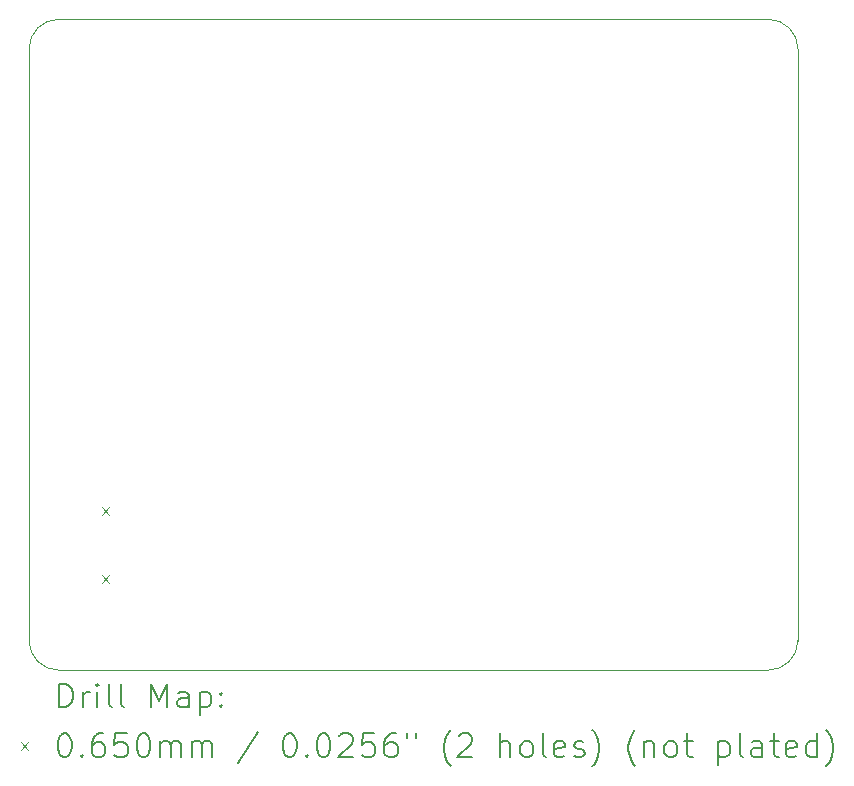
<source format=gbr>
%TF.GenerationSoftware,KiCad,Pcbnew,7.0.5-7.0.5~ubuntu22.04.1*%
%TF.CreationDate,2023-06-06T15:21:43+02:00*%
%TF.ProjectId,sao_eprom_v2,73616f5f-6570-4726-9f6d-5f76322e6b69,rev?*%
%TF.SameCoordinates,Original*%
%TF.FileFunction,Drillmap*%
%TF.FilePolarity,Positive*%
%FSLAX45Y45*%
G04 Gerber Fmt 4.5, Leading zero omitted, Abs format (unit mm)*
G04 Created by KiCad (PCBNEW 7.0.5-7.0.5~ubuntu22.04.1) date 2023-06-06 15:21:43*
%MOMM*%
%LPD*%
G01*
G04 APERTURE LIST*
%ADD10C,0.100000*%
%ADD11C,0.200000*%
%ADD12C,0.065000*%
G04 APERTURE END LIST*
D10*
X12715000Y-3025000D02*
G75*
G03*
X12465000Y-3275000I0J-250000D01*
G01*
X18725000Y-3025000D02*
X12715000Y-3025000D01*
X12465000Y-8285000D02*
X12465000Y-3275000D01*
X18725000Y-8535000D02*
X12715000Y-8535000D01*
X18725000Y-8535000D02*
G75*
G03*
X18975000Y-8285000I0J250000D01*
G01*
X18975000Y-3275000D02*
G75*
G03*
X18725000Y-3025000I-250000J0D01*
G01*
X18975000Y-8285000D02*
X18975000Y-3275000D01*
X12465000Y-8285000D02*
G75*
G03*
X12715000Y-8535000I250000J0D01*
G01*
D11*
D12*
X13080500Y-7153500D02*
X13145500Y-7218500D01*
X13145500Y-7153500D02*
X13080500Y-7218500D01*
X13080500Y-7731500D02*
X13145500Y-7796500D01*
X13145500Y-7731500D02*
X13080500Y-7796500D01*
D11*
X12720777Y-8851484D02*
X12720777Y-8651484D01*
X12720777Y-8651484D02*
X12768396Y-8651484D01*
X12768396Y-8651484D02*
X12796967Y-8661008D01*
X12796967Y-8661008D02*
X12816015Y-8680055D01*
X12816015Y-8680055D02*
X12825539Y-8699103D01*
X12825539Y-8699103D02*
X12835062Y-8737198D01*
X12835062Y-8737198D02*
X12835062Y-8765770D01*
X12835062Y-8765770D02*
X12825539Y-8803865D01*
X12825539Y-8803865D02*
X12816015Y-8822912D01*
X12816015Y-8822912D02*
X12796967Y-8841960D01*
X12796967Y-8841960D02*
X12768396Y-8851484D01*
X12768396Y-8851484D02*
X12720777Y-8851484D01*
X12920777Y-8851484D02*
X12920777Y-8718150D01*
X12920777Y-8756246D02*
X12930301Y-8737198D01*
X12930301Y-8737198D02*
X12939824Y-8727674D01*
X12939824Y-8727674D02*
X12958872Y-8718150D01*
X12958872Y-8718150D02*
X12977920Y-8718150D01*
X13044586Y-8851484D02*
X13044586Y-8718150D01*
X13044586Y-8651484D02*
X13035062Y-8661008D01*
X13035062Y-8661008D02*
X13044586Y-8670531D01*
X13044586Y-8670531D02*
X13054110Y-8661008D01*
X13054110Y-8661008D02*
X13044586Y-8651484D01*
X13044586Y-8651484D02*
X13044586Y-8670531D01*
X13168396Y-8851484D02*
X13149348Y-8841960D01*
X13149348Y-8841960D02*
X13139824Y-8822912D01*
X13139824Y-8822912D02*
X13139824Y-8651484D01*
X13273158Y-8851484D02*
X13254110Y-8841960D01*
X13254110Y-8841960D02*
X13244586Y-8822912D01*
X13244586Y-8822912D02*
X13244586Y-8651484D01*
X13501729Y-8851484D02*
X13501729Y-8651484D01*
X13501729Y-8651484D02*
X13568396Y-8794341D01*
X13568396Y-8794341D02*
X13635062Y-8651484D01*
X13635062Y-8651484D02*
X13635062Y-8851484D01*
X13816015Y-8851484D02*
X13816015Y-8746722D01*
X13816015Y-8746722D02*
X13806491Y-8727674D01*
X13806491Y-8727674D02*
X13787443Y-8718150D01*
X13787443Y-8718150D02*
X13749348Y-8718150D01*
X13749348Y-8718150D02*
X13730301Y-8727674D01*
X13816015Y-8841960D02*
X13796967Y-8851484D01*
X13796967Y-8851484D02*
X13749348Y-8851484D01*
X13749348Y-8851484D02*
X13730301Y-8841960D01*
X13730301Y-8841960D02*
X13720777Y-8822912D01*
X13720777Y-8822912D02*
X13720777Y-8803865D01*
X13720777Y-8803865D02*
X13730301Y-8784817D01*
X13730301Y-8784817D02*
X13749348Y-8775293D01*
X13749348Y-8775293D02*
X13796967Y-8775293D01*
X13796967Y-8775293D02*
X13816015Y-8765770D01*
X13911253Y-8718150D02*
X13911253Y-8918150D01*
X13911253Y-8727674D02*
X13930301Y-8718150D01*
X13930301Y-8718150D02*
X13968396Y-8718150D01*
X13968396Y-8718150D02*
X13987443Y-8727674D01*
X13987443Y-8727674D02*
X13996967Y-8737198D01*
X13996967Y-8737198D02*
X14006491Y-8756246D01*
X14006491Y-8756246D02*
X14006491Y-8813389D01*
X14006491Y-8813389D02*
X13996967Y-8832436D01*
X13996967Y-8832436D02*
X13987443Y-8841960D01*
X13987443Y-8841960D02*
X13968396Y-8851484D01*
X13968396Y-8851484D02*
X13930301Y-8851484D01*
X13930301Y-8851484D02*
X13911253Y-8841960D01*
X14092205Y-8832436D02*
X14101729Y-8841960D01*
X14101729Y-8841960D02*
X14092205Y-8851484D01*
X14092205Y-8851484D02*
X14082682Y-8841960D01*
X14082682Y-8841960D02*
X14092205Y-8832436D01*
X14092205Y-8832436D02*
X14092205Y-8851484D01*
X14092205Y-8727674D02*
X14101729Y-8737198D01*
X14101729Y-8737198D02*
X14092205Y-8746722D01*
X14092205Y-8746722D02*
X14082682Y-8737198D01*
X14082682Y-8737198D02*
X14092205Y-8727674D01*
X14092205Y-8727674D02*
X14092205Y-8746722D01*
D12*
X12395000Y-9147500D02*
X12460000Y-9212500D01*
X12460000Y-9147500D02*
X12395000Y-9212500D01*
D11*
X12758872Y-9071484D02*
X12777920Y-9071484D01*
X12777920Y-9071484D02*
X12796967Y-9081008D01*
X12796967Y-9081008D02*
X12806491Y-9090531D01*
X12806491Y-9090531D02*
X12816015Y-9109579D01*
X12816015Y-9109579D02*
X12825539Y-9147674D01*
X12825539Y-9147674D02*
X12825539Y-9195293D01*
X12825539Y-9195293D02*
X12816015Y-9233389D01*
X12816015Y-9233389D02*
X12806491Y-9252436D01*
X12806491Y-9252436D02*
X12796967Y-9261960D01*
X12796967Y-9261960D02*
X12777920Y-9271484D01*
X12777920Y-9271484D02*
X12758872Y-9271484D01*
X12758872Y-9271484D02*
X12739824Y-9261960D01*
X12739824Y-9261960D02*
X12730301Y-9252436D01*
X12730301Y-9252436D02*
X12720777Y-9233389D01*
X12720777Y-9233389D02*
X12711253Y-9195293D01*
X12711253Y-9195293D02*
X12711253Y-9147674D01*
X12711253Y-9147674D02*
X12720777Y-9109579D01*
X12720777Y-9109579D02*
X12730301Y-9090531D01*
X12730301Y-9090531D02*
X12739824Y-9081008D01*
X12739824Y-9081008D02*
X12758872Y-9071484D01*
X12911253Y-9252436D02*
X12920777Y-9261960D01*
X12920777Y-9261960D02*
X12911253Y-9271484D01*
X12911253Y-9271484D02*
X12901729Y-9261960D01*
X12901729Y-9261960D02*
X12911253Y-9252436D01*
X12911253Y-9252436D02*
X12911253Y-9271484D01*
X13092205Y-9071484D02*
X13054110Y-9071484D01*
X13054110Y-9071484D02*
X13035062Y-9081008D01*
X13035062Y-9081008D02*
X13025539Y-9090531D01*
X13025539Y-9090531D02*
X13006491Y-9119103D01*
X13006491Y-9119103D02*
X12996967Y-9157198D01*
X12996967Y-9157198D02*
X12996967Y-9233389D01*
X12996967Y-9233389D02*
X13006491Y-9252436D01*
X13006491Y-9252436D02*
X13016015Y-9261960D01*
X13016015Y-9261960D02*
X13035062Y-9271484D01*
X13035062Y-9271484D02*
X13073158Y-9271484D01*
X13073158Y-9271484D02*
X13092205Y-9261960D01*
X13092205Y-9261960D02*
X13101729Y-9252436D01*
X13101729Y-9252436D02*
X13111253Y-9233389D01*
X13111253Y-9233389D02*
X13111253Y-9185770D01*
X13111253Y-9185770D02*
X13101729Y-9166722D01*
X13101729Y-9166722D02*
X13092205Y-9157198D01*
X13092205Y-9157198D02*
X13073158Y-9147674D01*
X13073158Y-9147674D02*
X13035062Y-9147674D01*
X13035062Y-9147674D02*
X13016015Y-9157198D01*
X13016015Y-9157198D02*
X13006491Y-9166722D01*
X13006491Y-9166722D02*
X12996967Y-9185770D01*
X13292205Y-9071484D02*
X13196967Y-9071484D01*
X13196967Y-9071484D02*
X13187443Y-9166722D01*
X13187443Y-9166722D02*
X13196967Y-9157198D01*
X13196967Y-9157198D02*
X13216015Y-9147674D01*
X13216015Y-9147674D02*
X13263634Y-9147674D01*
X13263634Y-9147674D02*
X13282682Y-9157198D01*
X13282682Y-9157198D02*
X13292205Y-9166722D01*
X13292205Y-9166722D02*
X13301729Y-9185770D01*
X13301729Y-9185770D02*
X13301729Y-9233389D01*
X13301729Y-9233389D02*
X13292205Y-9252436D01*
X13292205Y-9252436D02*
X13282682Y-9261960D01*
X13282682Y-9261960D02*
X13263634Y-9271484D01*
X13263634Y-9271484D02*
X13216015Y-9271484D01*
X13216015Y-9271484D02*
X13196967Y-9261960D01*
X13196967Y-9261960D02*
X13187443Y-9252436D01*
X13425539Y-9071484D02*
X13444586Y-9071484D01*
X13444586Y-9071484D02*
X13463634Y-9081008D01*
X13463634Y-9081008D02*
X13473158Y-9090531D01*
X13473158Y-9090531D02*
X13482682Y-9109579D01*
X13482682Y-9109579D02*
X13492205Y-9147674D01*
X13492205Y-9147674D02*
X13492205Y-9195293D01*
X13492205Y-9195293D02*
X13482682Y-9233389D01*
X13482682Y-9233389D02*
X13473158Y-9252436D01*
X13473158Y-9252436D02*
X13463634Y-9261960D01*
X13463634Y-9261960D02*
X13444586Y-9271484D01*
X13444586Y-9271484D02*
X13425539Y-9271484D01*
X13425539Y-9271484D02*
X13406491Y-9261960D01*
X13406491Y-9261960D02*
X13396967Y-9252436D01*
X13396967Y-9252436D02*
X13387443Y-9233389D01*
X13387443Y-9233389D02*
X13377920Y-9195293D01*
X13377920Y-9195293D02*
X13377920Y-9147674D01*
X13377920Y-9147674D02*
X13387443Y-9109579D01*
X13387443Y-9109579D02*
X13396967Y-9090531D01*
X13396967Y-9090531D02*
X13406491Y-9081008D01*
X13406491Y-9081008D02*
X13425539Y-9071484D01*
X13577920Y-9271484D02*
X13577920Y-9138150D01*
X13577920Y-9157198D02*
X13587443Y-9147674D01*
X13587443Y-9147674D02*
X13606491Y-9138150D01*
X13606491Y-9138150D02*
X13635063Y-9138150D01*
X13635063Y-9138150D02*
X13654110Y-9147674D01*
X13654110Y-9147674D02*
X13663634Y-9166722D01*
X13663634Y-9166722D02*
X13663634Y-9271484D01*
X13663634Y-9166722D02*
X13673158Y-9147674D01*
X13673158Y-9147674D02*
X13692205Y-9138150D01*
X13692205Y-9138150D02*
X13720777Y-9138150D01*
X13720777Y-9138150D02*
X13739824Y-9147674D01*
X13739824Y-9147674D02*
X13749348Y-9166722D01*
X13749348Y-9166722D02*
X13749348Y-9271484D01*
X13844586Y-9271484D02*
X13844586Y-9138150D01*
X13844586Y-9157198D02*
X13854110Y-9147674D01*
X13854110Y-9147674D02*
X13873158Y-9138150D01*
X13873158Y-9138150D02*
X13901729Y-9138150D01*
X13901729Y-9138150D02*
X13920777Y-9147674D01*
X13920777Y-9147674D02*
X13930301Y-9166722D01*
X13930301Y-9166722D02*
X13930301Y-9271484D01*
X13930301Y-9166722D02*
X13939824Y-9147674D01*
X13939824Y-9147674D02*
X13958872Y-9138150D01*
X13958872Y-9138150D02*
X13987443Y-9138150D01*
X13987443Y-9138150D02*
X14006491Y-9147674D01*
X14006491Y-9147674D02*
X14016015Y-9166722D01*
X14016015Y-9166722D02*
X14016015Y-9271484D01*
X14406491Y-9061960D02*
X14235063Y-9319103D01*
X14663634Y-9071484D02*
X14682682Y-9071484D01*
X14682682Y-9071484D02*
X14701729Y-9081008D01*
X14701729Y-9081008D02*
X14711253Y-9090531D01*
X14711253Y-9090531D02*
X14720777Y-9109579D01*
X14720777Y-9109579D02*
X14730301Y-9147674D01*
X14730301Y-9147674D02*
X14730301Y-9195293D01*
X14730301Y-9195293D02*
X14720777Y-9233389D01*
X14720777Y-9233389D02*
X14711253Y-9252436D01*
X14711253Y-9252436D02*
X14701729Y-9261960D01*
X14701729Y-9261960D02*
X14682682Y-9271484D01*
X14682682Y-9271484D02*
X14663634Y-9271484D01*
X14663634Y-9271484D02*
X14644586Y-9261960D01*
X14644586Y-9261960D02*
X14635063Y-9252436D01*
X14635063Y-9252436D02*
X14625539Y-9233389D01*
X14625539Y-9233389D02*
X14616015Y-9195293D01*
X14616015Y-9195293D02*
X14616015Y-9147674D01*
X14616015Y-9147674D02*
X14625539Y-9109579D01*
X14625539Y-9109579D02*
X14635063Y-9090531D01*
X14635063Y-9090531D02*
X14644586Y-9081008D01*
X14644586Y-9081008D02*
X14663634Y-9071484D01*
X14816015Y-9252436D02*
X14825539Y-9261960D01*
X14825539Y-9261960D02*
X14816015Y-9271484D01*
X14816015Y-9271484D02*
X14806491Y-9261960D01*
X14806491Y-9261960D02*
X14816015Y-9252436D01*
X14816015Y-9252436D02*
X14816015Y-9271484D01*
X14949348Y-9071484D02*
X14968396Y-9071484D01*
X14968396Y-9071484D02*
X14987444Y-9081008D01*
X14987444Y-9081008D02*
X14996967Y-9090531D01*
X14996967Y-9090531D02*
X15006491Y-9109579D01*
X15006491Y-9109579D02*
X15016015Y-9147674D01*
X15016015Y-9147674D02*
X15016015Y-9195293D01*
X15016015Y-9195293D02*
X15006491Y-9233389D01*
X15006491Y-9233389D02*
X14996967Y-9252436D01*
X14996967Y-9252436D02*
X14987444Y-9261960D01*
X14987444Y-9261960D02*
X14968396Y-9271484D01*
X14968396Y-9271484D02*
X14949348Y-9271484D01*
X14949348Y-9271484D02*
X14930301Y-9261960D01*
X14930301Y-9261960D02*
X14920777Y-9252436D01*
X14920777Y-9252436D02*
X14911253Y-9233389D01*
X14911253Y-9233389D02*
X14901729Y-9195293D01*
X14901729Y-9195293D02*
X14901729Y-9147674D01*
X14901729Y-9147674D02*
X14911253Y-9109579D01*
X14911253Y-9109579D02*
X14920777Y-9090531D01*
X14920777Y-9090531D02*
X14930301Y-9081008D01*
X14930301Y-9081008D02*
X14949348Y-9071484D01*
X15092206Y-9090531D02*
X15101729Y-9081008D01*
X15101729Y-9081008D02*
X15120777Y-9071484D01*
X15120777Y-9071484D02*
X15168396Y-9071484D01*
X15168396Y-9071484D02*
X15187444Y-9081008D01*
X15187444Y-9081008D02*
X15196967Y-9090531D01*
X15196967Y-9090531D02*
X15206491Y-9109579D01*
X15206491Y-9109579D02*
X15206491Y-9128627D01*
X15206491Y-9128627D02*
X15196967Y-9157198D01*
X15196967Y-9157198D02*
X15082682Y-9271484D01*
X15082682Y-9271484D02*
X15206491Y-9271484D01*
X15387444Y-9071484D02*
X15292206Y-9071484D01*
X15292206Y-9071484D02*
X15282682Y-9166722D01*
X15282682Y-9166722D02*
X15292206Y-9157198D01*
X15292206Y-9157198D02*
X15311253Y-9147674D01*
X15311253Y-9147674D02*
X15358872Y-9147674D01*
X15358872Y-9147674D02*
X15377920Y-9157198D01*
X15377920Y-9157198D02*
X15387444Y-9166722D01*
X15387444Y-9166722D02*
X15396967Y-9185770D01*
X15396967Y-9185770D02*
X15396967Y-9233389D01*
X15396967Y-9233389D02*
X15387444Y-9252436D01*
X15387444Y-9252436D02*
X15377920Y-9261960D01*
X15377920Y-9261960D02*
X15358872Y-9271484D01*
X15358872Y-9271484D02*
X15311253Y-9271484D01*
X15311253Y-9271484D02*
X15292206Y-9261960D01*
X15292206Y-9261960D02*
X15282682Y-9252436D01*
X15568396Y-9071484D02*
X15530301Y-9071484D01*
X15530301Y-9071484D02*
X15511253Y-9081008D01*
X15511253Y-9081008D02*
X15501729Y-9090531D01*
X15501729Y-9090531D02*
X15482682Y-9119103D01*
X15482682Y-9119103D02*
X15473158Y-9157198D01*
X15473158Y-9157198D02*
X15473158Y-9233389D01*
X15473158Y-9233389D02*
X15482682Y-9252436D01*
X15482682Y-9252436D02*
X15492206Y-9261960D01*
X15492206Y-9261960D02*
X15511253Y-9271484D01*
X15511253Y-9271484D02*
X15549348Y-9271484D01*
X15549348Y-9271484D02*
X15568396Y-9261960D01*
X15568396Y-9261960D02*
X15577920Y-9252436D01*
X15577920Y-9252436D02*
X15587444Y-9233389D01*
X15587444Y-9233389D02*
X15587444Y-9185770D01*
X15587444Y-9185770D02*
X15577920Y-9166722D01*
X15577920Y-9166722D02*
X15568396Y-9157198D01*
X15568396Y-9157198D02*
X15549348Y-9147674D01*
X15549348Y-9147674D02*
X15511253Y-9147674D01*
X15511253Y-9147674D02*
X15492206Y-9157198D01*
X15492206Y-9157198D02*
X15482682Y-9166722D01*
X15482682Y-9166722D02*
X15473158Y-9185770D01*
X15663634Y-9071484D02*
X15663634Y-9109579D01*
X15739825Y-9071484D02*
X15739825Y-9109579D01*
X16035063Y-9347674D02*
X16025539Y-9338150D01*
X16025539Y-9338150D02*
X16006491Y-9309579D01*
X16006491Y-9309579D02*
X15996968Y-9290531D01*
X15996968Y-9290531D02*
X15987444Y-9261960D01*
X15987444Y-9261960D02*
X15977920Y-9214341D01*
X15977920Y-9214341D02*
X15977920Y-9176246D01*
X15977920Y-9176246D02*
X15987444Y-9128627D01*
X15987444Y-9128627D02*
X15996968Y-9100055D01*
X15996968Y-9100055D02*
X16006491Y-9081008D01*
X16006491Y-9081008D02*
X16025539Y-9052436D01*
X16025539Y-9052436D02*
X16035063Y-9042912D01*
X16101729Y-9090531D02*
X16111253Y-9081008D01*
X16111253Y-9081008D02*
X16130301Y-9071484D01*
X16130301Y-9071484D02*
X16177920Y-9071484D01*
X16177920Y-9071484D02*
X16196968Y-9081008D01*
X16196968Y-9081008D02*
X16206491Y-9090531D01*
X16206491Y-9090531D02*
X16216015Y-9109579D01*
X16216015Y-9109579D02*
X16216015Y-9128627D01*
X16216015Y-9128627D02*
X16206491Y-9157198D01*
X16206491Y-9157198D02*
X16092206Y-9271484D01*
X16092206Y-9271484D02*
X16216015Y-9271484D01*
X16454110Y-9271484D02*
X16454110Y-9071484D01*
X16539825Y-9271484D02*
X16539825Y-9166722D01*
X16539825Y-9166722D02*
X16530301Y-9147674D01*
X16530301Y-9147674D02*
X16511253Y-9138150D01*
X16511253Y-9138150D02*
X16482682Y-9138150D01*
X16482682Y-9138150D02*
X16463634Y-9147674D01*
X16463634Y-9147674D02*
X16454110Y-9157198D01*
X16663634Y-9271484D02*
X16644587Y-9261960D01*
X16644587Y-9261960D02*
X16635063Y-9252436D01*
X16635063Y-9252436D02*
X16625539Y-9233389D01*
X16625539Y-9233389D02*
X16625539Y-9176246D01*
X16625539Y-9176246D02*
X16635063Y-9157198D01*
X16635063Y-9157198D02*
X16644587Y-9147674D01*
X16644587Y-9147674D02*
X16663634Y-9138150D01*
X16663634Y-9138150D02*
X16692206Y-9138150D01*
X16692206Y-9138150D02*
X16711253Y-9147674D01*
X16711253Y-9147674D02*
X16720777Y-9157198D01*
X16720777Y-9157198D02*
X16730301Y-9176246D01*
X16730301Y-9176246D02*
X16730301Y-9233389D01*
X16730301Y-9233389D02*
X16720777Y-9252436D01*
X16720777Y-9252436D02*
X16711253Y-9261960D01*
X16711253Y-9261960D02*
X16692206Y-9271484D01*
X16692206Y-9271484D02*
X16663634Y-9271484D01*
X16844587Y-9271484D02*
X16825539Y-9261960D01*
X16825539Y-9261960D02*
X16816015Y-9242912D01*
X16816015Y-9242912D02*
X16816015Y-9071484D01*
X16996968Y-9261960D02*
X16977920Y-9271484D01*
X16977920Y-9271484D02*
X16939825Y-9271484D01*
X16939825Y-9271484D02*
X16920777Y-9261960D01*
X16920777Y-9261960D02*
X16911253Y-9242912D01*
X16911253Y-9242912D02*
X16911253Y-9166722D01*
X16911253Y-9166722D02*
X16920777Y-9147674D01*
X16920777Y-9147674D02*
X16939825Y-9138150D01*
X16939825Y-9138150D02*
X16977920Y-9138150D01*
X16977920Y-9138150D02*
X16996968Y-9147674D01*
X16996968Y-9147674D02*
X17006492Y-9166722D01*
X17006492Y-9166722D02*
X17006492Y-9185770D01*
X17006492Y-9185770D02*
X16911253Y-9204817D01*
X17082682Y-9261960D02*
X17101730Y-9271484D01*
X17101730Y-9271484D02*
X17139825Y-9271484D01*
X17139825Y-9271484D02*
X17158873Y-9261960D01*
X17158873Y-9261960D02*
X17168396Y-9242912D01*
X17168396Y-9242912D02*
X17168396Y-9233389D01*
X17168396Y-9233389D02*
X17158873Y-9214341D01*
X17158873Y-9214341D02*
X17139825Y-9204817D01*
X17139825Y-9204817D02*
X17111253Y-9204817D01*
X17111253Y-9204817D02*
X17092206Y-9195293D01*
X17092206Y-9195293D02*
X17082682Y-9176246D01*
X17082682Y-9176246D02*
X17082682Y-9166722D01*
X17082682Y-9166722D02*
X17092206Y-9147674D01*
X17092206Y-9147674D02*
X17111253Y-9138150D01*
X17111253Y-9138150D02*
X17139825Y-9138150D01*
X17139825Y-9138150D02*
X17158873Y-9147674D01*
X17235063Y-9347674D02*
X17244587Y-9338150D01*
X17244587Y-9338150D02*
X17263634Y-9309579D01*
X17263634Y-9309579D02*
X17273158Y-9290531D01*
X17273158Y-9290531D02*
X17282682Y-9261960D01*
X17282682Y-9261960D02*
X17292206Y-9214341D01*
X17292206Y-9214341D02*
X17292206Y-9176246D01*
X17292206Y-9176246D02*
X17282682Y-9128627D01*
X17282682Y-9128627D02*
X17273158Y-9100055D01*
X17273158Y-9100055D02*
X17263634Y-9081008D01*
X17263634Y-9081008D02*
X17244587Y-9052436D01*
X17244587Y-9052436D02*
X17235063Y-9042912D01*
X17596968Y-9347674D02*
X17587444Y-9338150D01*
X17587444Y-9338150D02*
X17568396Y-9309579D01*
X17568396Y-9309579D02*
X17558873Y-9290531D01*
X17558873Y-9290531D02*
X17549349Y-9261960D01*
X17549349Y-9261960D02*
X17539825Y-9214341D01*
X17539825Y-9214341D02*
X17539825Y-9176246D01*
X17539825Y-9176246D02*
X17549349Y-9128627D01*
X17549349Y-9128627D02*
X17558873Y-9100055D01*
X17558873Y-9100055D02*
X17568396Y-9081008D01*
X17568396Y-9081008D02*
X17587444Y-9052436D01*
X17587444Y-9052436D02*
X17596968Y-9042912D01*
X17673158Y-9138150D02*
X17673158Y-9271484D01*
X17673158Y-9157198D02*
X17682682Y-9147674D01*
X17682682Y-9147674D02*
X17701730Y-9138150D01*
X17701730Y-9138150D02*
X17730301Y-9138150D01*
X17730301Y-9138150D02*
X17749349Y-9147674D01*
X17749349Y-9147674D02*
X17758873Y-9166722D01*
X17758873Y-9166722D02*
X17758873Y-9271484D01*
X17882682Y-9271484D02*
X17863634Y-9261960D01*
X17863634Y-9261960D02*
X17854111Y-9252436D01*
X17854111Y-9252436D02*
X17844587Y-9233389D01*
X17844587Y-9233389D02*
X17844587Y-9176246D01*
X17844587Y-9176246D02*
X17854111Y-9157198D01*
X17854111Y-9157198D02*
X17863634Y-9147674D01*
X17863634Y-9147674D02*
X17882682Y-9138150D01*
X17882682Y-9138150D02*
X17911254Y-9138150D01*
X17911254Y-9138150D02*
X17930301Y-9147674D01*
X17930301Y-9147674D02*
X17939825Y-9157198D01*
X17939825Y-9157198D02*
X17949349Y-9176246D01*
X17949349Y-9176246D02*
X17949349Y-9233389D01*
X17949349Y-9233389D02*
X17939825Y-9252436D01*
X17939825Y-9252436D02*
X17930301Y-9261960D01*
X17930301Y-9261960D02*
X17911254Y-9271484D01*
X17911254Y-9271484D02*
X17882682Y-9271484D01*
X18006492Y-9138150D02*
X18082682Y-9138150D01*
X18035063Y-9071484D02*
X18035063Y-9242912D01*
X18035063Y-9242912D02*
X18044587Y-9261960D01*
X18044587Y-9261960D02*
X18063634Y-9271484D01*
X18063634Y-9271484D02*
X18082682Y-9271484D01*
X18301730Y-9138150D02*
X18301730Y-9338150D01*
X18301730Y-9147674D02*
X18320777Y-9138150D01*
X18320777Y-9138150D02*
X18358873Y-9138150D01*
X18358873Y-9138150D02*
X18377920Y-9147674D01*
X18377920Y-9147674D02*
X18387444Y-9157198D01*
X18387444Y-9157198D02*
X18396968Y-9176246D01*
X18396968Y-9176246D02*
X18396968Y-9233389D01*
X18396968Y-9233389D02*
X18387444Y-9252436D01*
X18387444Y-9252436D02*
X18377920Y-9261960D01*
X18377920Y-9261960D02*
X18358873Y-9271484D01*
X18358873Y-9271484D02*
X18320777Y-9271484D01*
X18320777Y-9271484D02*
X18301730Y-9261960D01*
X18511254Y-9271484D02*
X18492206Y-9261960D01*
X18492206Y-9261960D02*
X18482682Y-9242912D01*
X18482682Y-9242912D02*
X18482682Y-9071484D01*
X18673158Y-9271484D02*
X18673158Y-9166722D01*
X18673158Y-9166722D02*
X18663635Y-9147674D01*
X18663635Y-9147674D02*
X18644587Y-9138150D01*
X18644587Y-9138150D02*
X18606492Y-9138150D01*
X18606492Y-9138150D02*
X18587444Y-9147674D01*
X18673158Y-9261960D02*
X18654111Y-9271484D01*
X18654111Y-9271484D02*
X18606492Y-9271484D01*
X18606492Y-9271484D02*
X18587444Y-9261960D01*
X18587444Y-9261960D02*
X18577920Y-9242912D01*
X18577920Y-9242912D02*
X18577920Y-9223865D01*
X18577920Y-9223865D02*
X18587444Y-9204817D01*
X18587444Y-9204817D02*
X18606492Y-9195293D01*
X18606492Y-9195293D02*
X18654111Y-9195293D01*
X18654111Y-9195293D02*
X18673158Y-9185770D01*
X18739825Y-9138150D02*
X18816015Y-9138150D01*
X18768396Y-9071484D02*
X18768396Y-9242912D01*
X18768396Y-9242912D02*
X18777920Y-9261960D01*
X18777920Y-9261960D02*
X18796968Y-9271484D01*
X18796968Y-9271484D02*
X18816015Y-9271484D01*
X18958873Y-9261960D02*
X18939825Y-9271484D01*
X18939825Y-9271484D02*
X18901730Y-9271484D01*
X18901730Y-9271484D02*
X18882682Y-9261960D01*
X18882682Y-9261960D02*
X18873158Y-9242912D01*
X18873158Y-9242912D02*
X18873158Y-9166722D01*
X18873158Y-9166722D02*
X18882682Y-9147674D01*
X18882682Y-9147674D02*
X18901730Y-9138150D01*
X18901730Y-9138150D02*
X18939825Y-9138150D01*
X18939825Y-9138150D02*
X18958873Y-9147674D01*
X18958873Y-9147674D02*
X18968396Y-9166722D01*
X18968396Y-9166722D02*
X18968396Y-9185770D01*
X18968396Y-9185770D02*
X18873158Y-9204817D01*
X19139825Y-9271484D02*
X19139825Y-9071484D01*
X19139825Y-9261960D02*
X19120777Y-9271484D01*
X19120777Y-9271484D02*
X19082682Y-9271484D01*
X19082682Y-9271484D02*
X19063635Y-9261960D01*
X19063635Y-9261960D02*
X19054111Y-9252436D01*
X19054111Y-9252436D02*
X19044587Y-9233389D01*
X19044587Y-9233389D02*
X19044587Y-9176246D01*
X19044587Y-9176246D02*
X19054111Y-9157198D01*
X19054111Y-9157198D02*
X19063635Y-9147674D01*
X19063635Y-9147674D02*
X19082682Y-9138150D01*
X19082682Y-9138150D02*
X19120777Y-9138150D01*
X19120777Y-9138150D02*
X19139825Y-9147674D01*
X19216016Y-9347674D02*
X19225539Y-9338150D01*
X19225539Y-9338150D02*
X19244587Y-9309579D01*
X19244587Y-9309579D02*
X19254111Y-9290531D01*
X19254111Y-9290531D02*
X19263635Y-9261960D01*
X19263635Y-9261960D02*
X19273158Y-9214341D01*
X19273158Y-9214341D02*
X19273158Y-9176246D01*
X19273158Y-9176246D02*
X19263635Y-9128627D01*
X19263635Y-9128627D02*
X19254111Y-9100055D01*
X19254111Y-9100055D02*
X19244587Y-9081008D01*
X19244587Y-9081008D02*
X19225539Y-9052436D01*
X19225539Y-9052436D02*
X19216016Y-9042912D01*
M02*

</source>
